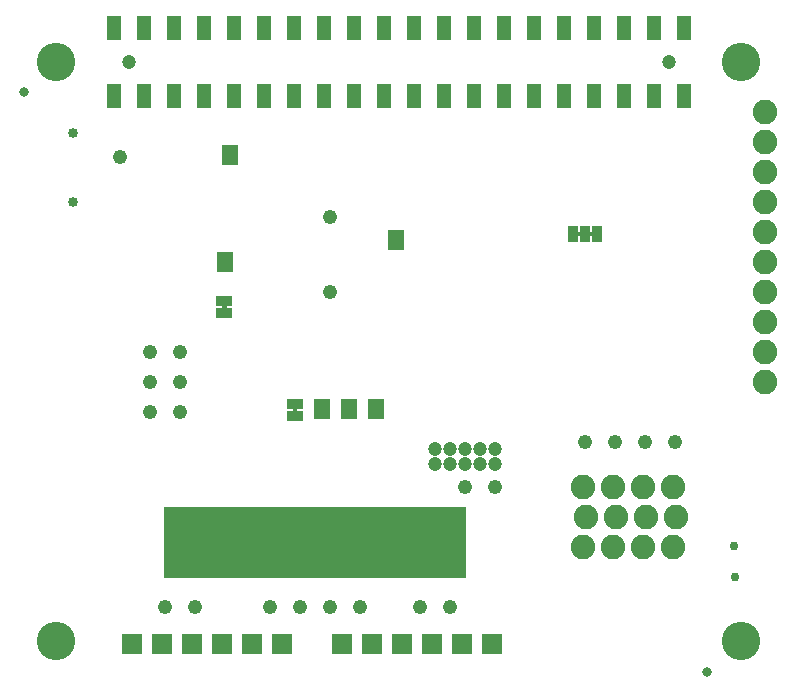
<source format=gbs>
G04 EAGLE Gerber RS-274X export*
G75*
%MOMM*%
%FSLAX34Y34*%
%LPD*%
%INSoldermask Bottom*%
%IPPOS*%
%AMOC8*
5,1,8,0,0,1.08239X$1,22.5*%
G01*
%ADD10C,0.853200*%
%ADD11R,1.473200X0.838200*%
%ADD12R,0.838200X1.473200*%
%ADD13C,1.219200*%
%ADD14C,0.762000*%
%ADD15C,2.082800*%
%ADD16R,1.727200X1.727200*%
%ADD17C,1.221313*%
%ADD18C,1.203200*%
%ADD19R,1.223200X2.073200*%
%ADD20C,3.251200*%
%ADD21C,0.838200*%

G36*
X381058Y87893D02*
X381058Y87893D01*
X381116Y87891D01*
X381198Y87913D01*
X381282Y87925D01*
X381335Y87949D01*
X381391Y87963D01*
X381464Y88006D01*
X381541Y88041D01*
X381586Y88079D01*
X381636Y88109D01*
X381694Y88170D01*
X381758Y88225D01*
X381790Y88273D01*
X381830Y88316D01*
X381869Y88391D01*
X381916Y88461D01*
X381933Y88517D01*
X381960Y88569D01*
X381971Y88637D01*
X382001Y88732D01*
X382004Y88832D01*
X382015Y88900D01*
X382015Y147320D01*
X382007Y147378D01*
X382009Y147436D01*
X381987Y147518D01*
X381975Y147602D01*
X381952Y147655D01*
X381937Y147711D01*
X381894Y147784D01*
X381859Y147861D01*
X381821Y147906D01*
X381792Y147956D01*
X381730Y148014D01*
X381676Y148078D01*
X381627Y148110D01*
X381584Y148150D01*
X381509Y148189D01*
X381439Y148236D01*
X381383Y148253D01*
X381331Y148280D01*
X381263Y148291D01*
X381168Y148321D01*
X381068Y148324D01*
X381000Y148335D01*
X127000Y148335D01*
X126942Y148327D01*
X126884Y148329D01*
X126802Y148307D01*
X126719Y148295D01*
X126665Y148272D01*
X126609Y148257D01*
X126536Y148214D01*
X126459Y148179D01*
X126414Y148141D01*
X126364Y148112D01*
X126306Y148050D01*
X126242Y147996D01*
X126210Y147947D01*
X126170Y147904D01*
X126131Y147829D01*
X126085Y147759D01*
X126067Y147703D01*
X126040Y147651D01*
X126029Y147583D01*
X125999Y147488D01*
X125996Y147388D01*
X125985Y147320D01*
X125985Y88900D01*
X125993Y88842D01*
X125991Y88784D01*
X126013Y88702D01*
X126025Y88619D01*
X126049Y88565D01*
X126063Y88509D01*
X126106Y88436D01*
X126141Y88359D01*
X126179Y88314D01*
X126209Y88264D01*
X126270Y88206D01*
X126325Y88142D01*
X126373Y88110D01*
X126416Y88070D01*
X126491Y88031D01*
X126561Y87985D01*
X126617Y87967D01*
X126669Y87940D01*
X126737Y87929D01*
X126832Y87899D01*
X126932Y87896D01*
X127000Y87885D01*
X381000Y87885D01*
X381058Y87893D01*
G37*
G36*
X489650Y377609D02*
X489650Y377609D01*
X489716Y377611D01*
X489759Y377628D01*
X489806Y377637D01*
X489863Y377670D01*
X489923Y377695D01*
X489958Y377727D01*
X489999Y377751D01*
X490040Y377802D01*
X490089Y377846D01*
X490111Y377889D01*
X490140Y377925D01*
X490161Y377987D01*
X490192Y378046D01*
X490200Y378100D01*
X490212Y378138D01*
X490211Y378177D01*
X490219Y378231D01*
X490219Y380771D01*
X490208Y380836D01*
X490206Y380902D01*
X490188Y380946D01*
X490180Y380992D01*
X490146Y381049D01*
X490121Y381110D01*
X490090Y381145D01*
X490065Y381185D01*
X490014Y381227D01*
X489970Y381275D01*
X489928Y381297D01*
X489891Y381327D01*
X489829Y381348D01*
X489770Y381378D01*
X489716Y381386D01*
X489679Y381399D01*
X489639Y381398D01*
X489585Y381406D01*
X475615Y381406D01*
X475550Y381394D01*
X475484Y381392D01*
X475441Y381374D01*
X475394Y381366D01*
X475337Y381332D01*
X475277Y381308D01*
X475242Y381276D01*
X475201Y381252D01*
X475159Y381201D01*
X475111Y381156D01*
X475089Y381114D01*
X475060Y381078D01*
X475039Y381015D01*
X475008Y380957D01*
X475000Y380902D01*
X474988Y380865D01*
X474988Y380862D01*
X474989Y380825D01*
X474981Y380771D01*
X474981Y378231D01*
X474992Y378167D01*
X474994Y378101D01*
X475012Y378057D01*
X475020Y378011D01*
X475054Y377954D01*
X475079Y377893D01*
X475110Y377858D01*
X475135Y377817D01*
X475186Y377776D01*
X475230Y377727D01*
X475272Y377706D01*
X475309Y377676D01*
X475371Y377655D01*
X475430Y377625D01*
X475484Y377617D01*
X475521Y377604D01*
X475561Y377605D01*
X475615Y377597D01*
X489585Y377597D01*
X489650Y377609D01*
G37*
G36*
X178855Y315023D02*
X178855Y315023D01*
X178921Y315025D01*
X178965Y315043D01*
X179011Y315051D01*
X179068Y315085D01*
X179129Y315109D01*
X179164Y315141D01*
X179205Y315165D01*
X179246Y315216D01*
X179295Y315261D01*
X179316Y315303D01*
X179346Y315340D01*
X179367Y315402D01*
X179397Y315460D01*
X179405Y315515D01*
X179418Y315552D01*
X179417Y315591D01*
X179425Y315646D01*
X179425Y319456D01*
X179413Y319521D01*
X179411Y319586D01*
X179394Y319630D01*
X179385Y319677D01*
X179352Y319733D01*
X179327Y319794D01*
X179295Y319829D01*
X179271Y319870D01*
X179220Y319911D01*
X179176Y319960D01*
X179134Y319981D01*
X179097Y320011D01*
X179035Y320032D01*
X178976Y320062D01*
X178922Y320070D01*
X178884Y320083D01*
X178845Y320082D01*
X178791Y320090D01*
X176251Y320090D01*
X176186Y320078D01*
X176120Y320076D01*
X176076Y320059D01*
X176030Y320050D01*
X175973Y320017D01*
X175912Y319992D01*
X175877Y319960D01*
X175837Y319936D01*
X175795Y319885D01*
X175747Y319841D01*
X175725Y319799D01*
X175695Y319762D01*
X175674Y319700D01*
X175644Y319641D01*
X175636Y319587D01*
X175623Y319550D01*
X175623Y319545D01*
X175624Y319509D01*
X175616Y319456D01*
X175616Y315646D01*
X175628Y315581D01*
X175630Y315515D01*
X175648Y315472D01*
X175656Y315425D01*
X175690Y315368D01*
X175714Y315307D01*
X175746Y315272D01*
X175770Y315232D01*
X175821Y315190D01*
X175866Y315142D01*
X175908Y315120D01*
X175944Y315090D01*
X176007Y315069D01*
X176065Y315039D01*
X176120Y315031D01*
X176157Y315019D01*
X176196Y315020D01*
X176251Y315012D01*
X178791Y315012D01*
X178855Y315023D01*
G37*
G36*
X238825Y227342D02*
X238825Y227342D01*
X238891Y227344D01*
X238934Y227362D01*
X238981Y227370D01*
X239038Y227404D01*
X239098Y227429D01*
X239133Y227460D01*
X239174Y227485D01*
X239216Y227536D01*
X239264Y227580D01*
X239286Y227622D01*
X239315Y227659D01*
X239336Y227721D01*
X239367Y227780D01*
X239375Y227834D01*
X239387Y227871D01*
X239386Y227911D01*
X239394Y227965D01*
X239394Y231775D01*
X239383Y231840D01*
X239381Y231906D01*
X239363Y231949D01*
X239355Y231996D01*
X239321Y232053D01*
X239296Y232113D01*
X239265Y232148D01*
X239240Y232189D01*
X239189Y232231D01*
X239145Y232279D01*
X239103Y232301D01*
X239066Y232330D01*
X239004Y232351D01*
X238945Y232382D01*
X238891Y232390D01*
X238854Y232402D01*
X238814Y232401D01*
X238760Y232409D01*
X236220Y232409D01*
X236155Y232398D01*
X236089Y232396D01*
X236046Y232378D01*
X235999Y232370D01*
X235942Y232336D01*
X235882Y232311D01*
X235847Y232280D01*
X235806Y232255D01*
X235765Y232204D01*
X235716Y232160D01*
X235694Y232118D01*
X235665Y232081D01*
X235644Y232019D01*
X235613Y231960D01*
X235605Y231906D01*
X235593Y231869D01*
X235593Y231865D01*
X235593Y231864D01*
X235594Y231829D01*
X235586Y231775D01*
X235586Y227965D01*
X235597Y227900D01*
X235599Y227834D01*
X235617Y227791D01*
X235625Y227744D01*
X235659Y227687D01*
X235684Y227627D01*
X235715Y227592D01*
X235740Y227551D01*
X235791Y227510D01*
X235835Y227461D01*
X235877Y227439D01*
X235914Y227410D01*
X235976Y227389D01*
X236035Y227358D01*
X236089Y227350D01*
X236126Y227338D01*
X236166Y227339D01*
X236220Y227331D01*
X238760Y227331D01*
X238825Y227342D01*
G37*
D10*
X49050Y464510D03*
X49050Y406710D03*
D11*
X181915Y442138D03*
X181915Y450266D03*
D12*
X472440Y379501D03*
X482600Y379501D03*
X492760Y379501D03*
D13*
X482600Y203200D03*
X508000Y203200D03*
X533400Y203200D03*
X558800Y203200D03*
D14*
X608838Y114808D03*
X609600Y88900D03*
D13*
X88900Y444500D03*
D11*
X237490Y234950D03*
X237490Y224790D03*
X260350Y235204D03*
X260350Y227076D03*
X283210Y235204D03*
X283210Y227076D03*
X306070Y235204D03*
X306070Y227076D03*
D15*
X635000Y406400D03*
X635000Y431800D03*
D13*
X406400Y165100D03*
X381000Y165100D03*
X266700Y330200D03*
D11*
X322707Y378511D03*
X322707Y370383D03*
D16*
X124460Y31750D03*
X99060Y31750D03*
X175260Y31750D03*
X149860Y31750D03*
X226060Y31750D03*
X200660Y31750D03*
X302260Y31750D03*
X276860Y31750D03*
X353060Y31750D03*
X327660Y31750D03*
X403860Y31750D03*
X378460Y31750D03*
D15*
X635000Y330200D03*
X635000Y304800D03*
D11*
X177800Y359664D03*
X177800Y351536D03*
D17*
X139700Y228600D03*
X139700Y254000D03*
X139700Y279400D03*
X114300Y228600D03*
X114300Y254000D03*
X114300Y279400D03*
D11*
X177521Y322631D03*
X177521Y312471D03*
D15*
X481330Y114300D03*
X483870Y139700D03*
X481330Y165100D03*
X506730Y114300D03*
X509270Y139700D03*
X506730Y165100D03*
X532130Y114300D03*
X534670Y139700D03*
X532130Y165100D03*
X557530Y114300D03*
X560070Y139700D03*
X557530Y165100D03*
X635000Y355600D03*
X635000Y381000D03*
X635000Y457200D03*
X635000Y482600D03*
X635000Y254000D03*
X635000Y279400D03*
D18*
X368300Y184150D03*
X381000Y184150D03*
X393700Y184150D03*
X406400Y184150D03*
X355600Y184150D03*
X368300Y196850D03*
X381000Y196850D03*
X393700Y196850D03*
X406400Y196850D03*
X355600Y196850D03*
D19*
X83720Y496285D03*
X83720Y553435D03*
X109120Y496285D03*
X109120Y553435D03*
X134520Y496285D03*
X134520Y553435D03*
X159920Y496285D03*
X159920Y553435D03*
X185320Y496285D03*
X185320Y553435D03*
X210720Y496285D03*
X210720Y553435D03*
X236120Y496285D03*
X236120Y553435D03*
X261520Y496285D03*
X261520Y553435D03*
X286920Y496285D03*
X286920Y553435D03*
X312320Y496285D03*
X312320Y553435D03*
X337720Y496285D03*
X337720Y553435D03*
X363120Y496285D03*
X363120Y553435D03*
X388520Y496285D03*
X388520Y553435D03*
X413920Y496285D03*
X413920Y553435D03*
X439320Y496285D03*
X439320Y553435D03*
X464720Y496285D03*
X464720Y553435D03*
X490120Y496285D03*
X490120Y553435D03*
X515520Y496285D03*
X515520Y553435D03*
X540920Y496285D03*
X540920Y553435D03*
X566320Y496285D03*
X566320Y553435D03*
D18*
X96420Y524860D03*
X553620Y524860D03*
D20*
X35000Y35000D03*
X615000Y35000D03*
X35000Y525000D03*
X615000Y525000D03*
D21*
X586358Y8849D03*
X7757Y499126D03*
D13*
X266700Y393700D03*
X368300Y63500D03*
X342900Y63500D03*
X292100Y63500D03*
X266700Y63500D03*
X241300Y63500D03*
X215900Y63500D03*
X152400Y63500D03*
X127000Y63500D03*
M02*

</source>
